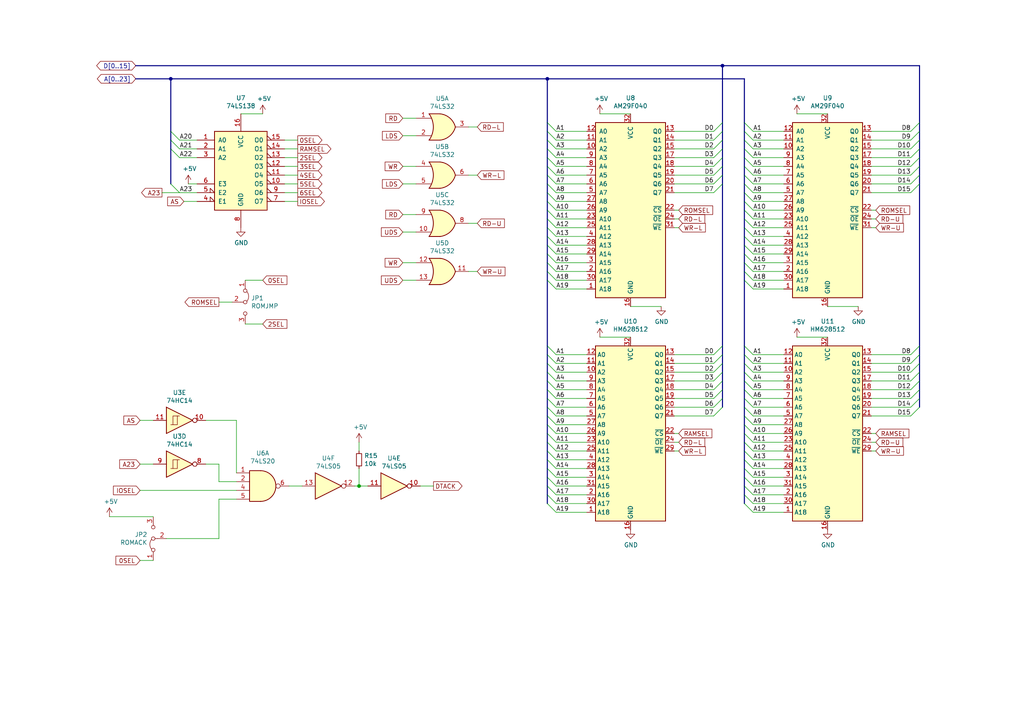
<source format=kicad_sch>
(kicad_sch (version 20211123) (generator eeschema)
  (paper "A4")
  (title_block (title "68k-SBC") (rev "2"))
  (lib_symbols
    (symbol "74xx:74HC14" (pin_names (offset 1.016))
      (property "Reference" "U" (at 0 1.27 0))
      (property "Value" "74HC14" (at 0 -1.27 0))
      (symbol "74HC14_1_0"
        (pin input line (at -7.62 0 0) (length 3.81) (name "~") (number "1"))
        (pin output inverted (at 7.62 0 180) (length 3.81) (name "~") (number "2"))
      )
      (symbol "74HC14_2_0"
        (pin input line (at -7.62 0 0) (length 3.81) (name "~") (number "3"))
        (pin output inverted (at 7.62 0 180) (length 3.81) (name "~") (number "4"))
      )
      (symbol "74HC14_3_0"
        (pin input line (at -7.62 0 0) (length 3.81) (name "~") (number "5"))
        (pin output inverted (at 7.62 0 180) (length 3.81) (name "~") (number "6"))
      )
      (symbol "74HC14_4_0"
        (pin output inverted (at 7.62 0 180) (length 3.81) (name "~") (number "8"))
        (pin input line (at -7.62 0 0) (length 3.81) (name "~") (number "9"))
      )
      (symbol "74HC14_5_0"
        (pin output inverted (at 7.62 0 180) (length 3.81) (name "~") (number "10"))
        (pin input line (at -7.62 0 0) (length 3.81) (name "~") (number "11"))
      )
      (symbol "74HC14_6_0"
        (pin output inverted (at 7.62 0 180) (length 3.81) (name "~") (number "12"))
        (pin input line (at -7.62 0 0) (length 3.81) (name "~") (number "13"))
      )
      (symbol "74HC14_7_0"
        (pin power_in line (at 0 12.7 270) (length 5.08) (name "VCC") (number "14"))
        (pin power_in line (at 0 -12.7 90) (length 5.08) (name "GND") (number "7"))
      )
    )
    (symbol "74xx:74LS05" (pin_names (offset 1.016))
      (property "Reference" "U" (at 0 1.27 0))
      (property "Value" "74LS05" (at 0 -1.27 0))
      (symbol "74LS05_1_0"
        (pin input line (at -7.62 0 0) (length 3.81) (name "~") (number "1"))
        (pin open_collector inverted (at 7.62 0 180) (length 3.81) (name "~") (number "2"))
      )
      (symbol "74LS05_2_0"
        (pin input line (at -7.62 0 0) (length 3.81) (name "~") (number "3"))
        (pin open_collector inverted (at 7.62 0 180) (length 3.81) (name "~") (number "4"))
      )
      (symbol "74LS05_3_0"
        (pin input line (at -7.62 0 0) (length 3.81) (name "~") (number "5"))
        (pin open_collector inverted (at 7.62 0 180) (length 3.81) (name "~") (number "6"))
      )
      (symbol "74LS05_4_0"
        (pin open_collector inverted (at 7.62 0 180) (length 3.81) (name "~") (number "8"))
        (pin input line (at -7.62 0 0) (length 3.81) (name "~") (number "9"))
      )
      (symbol "74LS05_5_0"
        (pin open_collector inverted (at 7.62 0 180) (length 3.81) (name "~") (number "10"))
        (pin input line (at -7.62 0 0) (length 3.81) (name "~") (number "11"))
      )
      (symbol "74LS05_6_0"
        (pin open_collector inverted (at 7.62 0 180) (length 3.81) (name "~") (number "12"))
        (pin input line (at -7.62 0 0) (length 3.81) (name "~") (number "13"))
      )
      (symbol "74LS05_7_0"
        (pin power_in line (at 0 12.7 270) (length 5.08) (name "VCC") (number "14"))
        (pin power_in line (at 0 -12.7 90) (length 5.08) (name "GND") (number "7"))
      )
    )
    (symbol "74xx:74LS138" (pin_names (offset 1.016))
      (property "Reference" "U" (at -7.62 11.43 0))
      (property "Value" "74LS138" (at -7.62 -13.97 0))
      (symbol "74LS138_1_0"
        (pin input line (at -12.7 7.62 0) (length 5.08) (name "A0") (number "1"))
        (pin output output_low (at 12.7 -5.08 180) (length 5.08) (name "O5") (number "10"))
        (pin output output_low (at 12.7 -2.54 180) (length 5.08) (name "O4") (number "11"))
        (pin output output_low (at 12.7 0 180) (length 5.08) (name "O3") (number "12"))
        (pin output output_low (at 12.7 2.54 180) (length 5.08) (name "O2") (number "13"))
        (pin output output_low (at 12.7 5.08 180) (length 5.08) (name "O1") (number "14"))
        (pin output output_low (at 12.7 7.62 180) (length 5.08) (name "O0") (number "15"))
        (pin power_in line (at 0 15.24 270) (length 5.08) (name "VCC") (number "16"))
        (pin input line (at -12.7 5.08 0) (length 5.08) (name "A1") (number "2"))
        (pin input line (at -12.7 2.54 0) (length 5.08) (name "A2") (number "3"))
        (pin input input_low (at -12.7 -10.16 0) (length 5.08) (name "E1") (number "4"))
        (pin input input_low (at -12.7 -7.62 0) (length 5.08) (name "E2") (number "5"))
        (pin input line (at -12.7 -5.08 0) (length 5.08) (name "E3") (number "6"))
        (pin output output_low (at 12.7 -10.16 180) (length 5.08) (name "O7") (number "7"))
        (pin power_in line (at 0 -17.78 90) (length 5.08) (name "GND") (number "8"))
        (pin output output_low (at 12.7 -7.62 180) (length 5.08) (name "O6") (number "9"))
      )
    )
    (symbol "74xx:74LS20" (pin_names (offset 1.016))
      (property "Reference" "U" (at 0 1.27 0))
      (property "Value" "74LS20" (at 0 -1.27 0))
      (symbol "74LS20_1_1"
        (pin input line (at -7.62 3.81 0) (length 3.81) (name "~") (number "1"))
        (pin input line (at -7.62 1.27 0) (length 3.81) (name "~") (number "2"))
        (pin input line (at -7.62 -1.27 0) (length 3.81) (name "~") (number "4"))
        (pin input line (at -7.62 -3.81 0) (length 3.81) (name "~") (number "5"))
        (pin output inverted (at 7.62 0 180) (length 3.81) (name "~") (number "6"))
      )
      (symbol "74LS20_1_2"
        (pin input inverted (at -7.62 3.81 0) (length 3.81) (name "~") (number "1"))
        (pin input inverted (at -7.62 1.27 0) (length 4.826) (name "~") (number "2"))
        (pin input inverted (at -7.62 -1.27 0) (length 4.826) (name "~") (number "4"))
        (pin input inverted (at -7.62 -3.81 0) (length 3.81) (name "~") (number "5"))
        (pin output line (at 7.62 0 180) (length 3.81) (name "~") (number "6"))
      )
      (symbol "74LS20_2_1"
        (pin input line (at -7.62 1.27 0) (length 3.81) (name "~") (number "10"))
        (pin input line (at -7.62 -1.27 0) (length 3.81) (name "~") (number "12"))
        (pin input line (at -7.62 -3.81 0) (length 3.81) (name "~") (number "13"))
        (pin output inverted (at 7.62 0 180) (length 3.81) (name "~") (number "8"))
        (pin input line (at -7.62 3.81 0) (length 3.81) (name "~") (number "9"))
      )
      (symbol "74LS20_2_2"
        (pin input inverted (at -7.62 1.27 0) (length 4.826) (name "~") (number "10"))
        (pin input inverted (at -7.62 -1.27 0) (length 4.826) (name "~") (number "12"))
        (pin input inverted (at -7.62 -3.81 0) (length 3.81) (name "~") (number "13"))
        (pin output line (at 7.62 0 180) (length 3.81) (name "~") (number "8"))
        (pin input inverted (at -7.62 3.81 0) (length 3.81) (name "~") (number "9"))
      )
      (symbol "74LS20_3_0"
        (pin power_in line (at 0 12.7 270) (length 5.08) (name "VCC") (number "14"))
        (pin power_in line (at 0 -12.7 90) (length 5.08) (name "GND") (number "7"))
      )
    )
    (symbol "74xx:74LS32" (pin_names (offset 1.016))
      (property "Reference" "U" (at 0 1.27 0))
      (property "Value" "74LS32" (at 0 -1.27 0))
      (symbol "74LS32_1_1"
        (pin input line (at -7.62 2.54 0) (length 4.318) (name "~") (number "1"))
        (pin input line (at -7.62 -2.54 0) (length 4.318) (name "~") (number "2"))
        (pin output line (at 7.62 0 180) (length 3.81) (name "~") (number "3"))
      )
      (symbol "74LS32_1_2"
        (pin input inverted (at -7.62 2.54 0) (length 3.81) (name "~") (number "1"))
        (pin input inverted (at -7.62 -2.54 0) (length 3.81) (name "~") (number "2"))
        (pin output inverted (at 7.62 0 180) (length 3.81) (name "~") (number "3"))
      )
      (symbol "74LS32_2_1"
        (pin input line (at -7.62 2.54 0) (length 4.318) (name "~") (number "4"))
        (pin input line (at -7.62 -2.54 0) (length 4.318) (name "~") (number "5"))
        (pin output line (at 7.62 0 180) (length 3.81) (name "~") (number "6"))
      )
      (symbol "74LS32_2_2"
        (pin input inverted (at -7.62 2.54 0) (length 3.81) (name "~") (number "4"))
        (pin input inverted (at -7.62 -2.54 0) (length 3.81) (name "~") (number "5"))
        (pin output inverted (at 7.62 0 180) (length 3.81) (name "~") (number "6"))
      )
      (symbol "74LS32_3_1"
        (pin input line (at -7.62 -2.54 0) (length 4.318) (name "~") (number "10"))
        (pin output line (at 7.62 0 180) (length 3.81) (name "~") (number "8"))
        (pin input line (at -7.62 2.54 0) (length 4.318) (name "~") (number "9"))
      )
      (symbol "74LS32_3_2"
        (pin input inverted (at -7.62 -2.54 0) (length 3.81) (name "~") (number "10"))
        (pin output inverted (at 7.62 0 180) (length 3.81) (name "~") (number "8"))
        (pin input inverted (at -7.62 2.54 0) (length 3.81) (name "~") (number "9"))
      )
      (symbol "74LS32_4_1"
        (pin output line (at 7.62 0 180) (length 3.81) (name "~") (number "11"))
        (pin input line (at -7.62 2.54 0) (length 4.318) (name "~") (number "12"))
        (pin input line (at -7.62 -2.54 0) (length 4.318) (name "~") (number "13"))
      )
      (symbol "74LS32_4_2"
        (pin output inverted (at 7.62 0 180) (length 3.81) (name "~") (number "11"))
        (pin input inverted (at -7.62 2.54 0) (length 3.81) (name "~") (number "12"))
        (pin input inverted (at -7.62 -2.54 0) (length 3.81) (name "~") (number "13"))
      )
      (symbol "74LS32_5_0"
        (pin power_in line (at 0 12.7 270) (length 5.08) (name "VCC") (number "14"))
        (pin power_in line (at 0 -12.7 90) (length 5.08) (name "GND") (number "7"))
      )
    )
    (symbol "Computie_Memory:AM29F040" (pin_names (offset 1.016))
      (property "Reference" "U" (at 0 0 0))
      (property "Value" "AM29F040" (at 0 2.54 0))
      (symbol "AM29F040_1_1"
        (pin input line (at -12.7 -25.4 0) (length 2.54) (name "A18") (number "1"))
        (pin input line (at -12.7 15.24 0) (length 2.54) (name "A2") (number "10"))
        (pin input line (at -12.7 17.78 0) (length 2.54) (name "A1") (number "11"))
        (pin input line (at -12.7 20.32 0) (length 2.54) (name "A0") (number "12"))
        (pin tri_state line (at 12.7 20.32 180) (length 2.54) (name "Q0") (number "13"))
        (pin tri_state line (at 12.7 17.78 180) (length 2.54) (name "Q1") (number "14"))
        (pin tri_state line (at 12.7 15.24 180) (length 2.54) (name "Q2") (number "15"))
        (pin power_in line (at 0 -30.48 90) (length 2.54) (name "GND") (number "16"))
        (pin tri_state line (at 12.7 12.7 180) (length 2.54) (name "Q3") (number "17"))
        (pin tri_state line (at 12.7 10.16 180) (length 2.54) (name "Q4") (number "18"))
        (pin tri_state line (at 12.7 7.62 180) (length 2.54) (name "Q5") (number "19"))
        (pin input line (at -12.7 -20.32 0) (length 2.54) (name "A16") (number "2"))
        (pin tri_state line (at 12.7 5.08 180) (length 2.54) (name "Q6") (number "20"))
        (pin tri_state line (at 12.7 2.54 180) (length 2.54) (name "Q7") (number "21"))
        (pin input line (at 12.7 -2.54 180) (length 2.54) (name "~{CS}") (number "22"))
        (pin input line (at -12.7 -5.08 0) (length 2.54) (name "A10") (number "23"))
        (pin input line (at 12.7 -5.08 180) (length 2.54) (name "~{OE}") (number "24"))
        (pin input line (at -12.7 -7.62 0) (length 2.54) (name "A11") (number "25"))
        (pin input line (at -12.7 -2.54 0) (length 2.54) (name "A9") (number "26"))
        (pin input line (at -12.7 0 0) (length 2.54) (name "A8") (number "27"))
        (pin input line (at -12.7 -12.7 0) (length 2.54) (name "A13") (number "28"))
        (pin input line (at -12.7 -15.24 0) (length 2.54) (name "A14") (number "29"))
        (pin input line (at -12.7 -17.78 0) (length 2.54) (name "A15") (number "3"))
        (pin input line (at -12.7 -22.86 0) (length 2.54) (name "A17") (number "30"))
        (pin input line (at 12.7 -7.62 180) (length 2.54) (name "~{WE}") (number "31"))
        (pin power_in line (at 0 25.4 270) (length 2.54) (name "VCC") (number "32"))
        (pin input line (at -12.7 -10.16 0) (length 2.54) (name "A12") (number "4"))
        (pin input line (at -12.7 2.54 0) (length 2.54) (name "A7") (number "5"))
        (pin input line (at -12.7 5.08 0) (length 2.54) (name "A6") (number "6"))
        (pin input line (at -12.7 7.62 0) (length 2.54) (name "A5") (number "7"))
        (pin input line (at -12.7 10.16 0) (length 2.54) (name "A4") (number "8"))
        (pin input line (at -12.7 12.7 0) (length 2.54) (name "A3") (number "9"))
      )
    )
    (symbol "Computie_Memory:HM628512"
      (property "Reference" "U" (at 0 -1.27 0))
      (property "Value" "HM628512" (at 0 1.27 0))
      (symbol "HM628512_0_0"
        (pin power_in line (at 0 -30.48 90) (length 2.54) (name "GND") (number "16"))
        (pin power_in line (at 0 25.4 270) (length 2.54) (name "VCC") (number "32"))
      )
      (symbol "HM628512_1_1"
        (pin input line (at -12.7 -25.4 0) (length 2.54) (name "A18") (number "1"))
        (pin input line (at -12.7 15.24 0) (length 2.54) (name "A2") (number "10"))
        (pin input line (at -12.7 17.78 0) (length 2.54) (name "A1") (number "11"))
        (pin input line (at -12.7 20.32 0) (length 2.54) (name "A0") (number "12"))
        (pin tri_state line (at 12.7 20.32 180) (length 2.54) (name "Q0") (number "13"))
        (pin tri_state line (at 12.7 17.78 180) (length 2.54) (name "Q1") (number "14"))
        (pin tri_state line (at 12.7 15.24 180) (length 2.54) (name "Q2") (number "15"))
        (pin tri_state line (at 12.7 12.7 180) (length 2.54) (name "Q3") (number "17"))
        (pin tri_state line (at 12.7 10.16 180) (length 2.54) (name "Q4") (number "18"))
        (pin tri_state line (at 12.7 7.62 180) (length 2.54) (name "Q5") (number "19"))
        (pin input line (at -12.7 -20.32 0) (length 2.54) (name "A16") (number "2"))
        (pin tri_state line (at 12.7 5.08 180) (length 2.54) (name "Q6") (number "20"))
        (pin tri_state line (at 12.7 2.54 180) (length 2.54) (name "Q7") (number "21"))
        (pin input line (at 12.7 -2.54 180) (length 2.54) (name "~{CS}") (number "22"))
        (pin input line (at -12.7 -5.08 0) (length 2.54) (name "A10") (number "23"))
        (pin input line (at 12.7 -5.08 180) (length 2.54) (name "~{OE}") (number "24"))
        (pin input line (at -12.7 -7.62 0) (length 2.54) (name "A11") (number "25"))
        (pin input line (at -12.7 -2.54 0) (length 2.54) (name "A9") (number "26"))
        (pin input line (at -12.7 0 0) (length 2.54) (name "A8") (number "27"))
        (pin input line (at -12.7 -12.7 0) (length 2.54) (name "A13") (number "28"))
        (pin input line (at 12.7 -7.62 180) (length 2.54) (name "~{WE}") (number "29"))
        (pin input line (at -12.7 -15.24 0) (length 2.54) (name "A14") (number "3"))
        (pin input line (at -12.7 -22.86 0) (length 2.54) (name "A17") (number "30"))
        (pin input line (at -12.7 -17.78 0) (length 2.54) (name "A15") (number "31"))
        (pin input line (at -12.7 -10.16 0) (length 2.54) (name "A12") (number "4"))
        (pin input line (at -12.7 2.54 0) (length 2.54) (name "A7") (number "5"))
        (pin input line (at -12.7 5.08 0) (length 2.54) (name "A6") (number "6"))
        (pin input line (at -12.7 7.62 0) (length 2.54) (name "A5") (number "7"))
        (pin input line (at -12.7 10.16 0) (length 2.54) (name "A4") (number "8"))
        (pin input line (at -12.7 12.7 0) (length 2.54) (name "A3") (number "9"))
      )
    )
    (symbol "Device:R_Small" (pin_numbers hide) (pin_names (offset 0.254) hide)
      (property "Reference" "R" (at 0.762 0.508 0))
      (property "Value" "R_Small" (at 0.762 -1.016 0))
      (symbol "R_Small_1_1"
        (pin passive line (at 0 2.54 270) (length 0.762) (name "~") (number "1"))
        (pin passive line (at 0 -2.54 90) (length 0.762) (name "~") (number "2"))
      )
    )
    (symbol "Jumper:Jumper_3_Bridged12" (pin_names (offset 0) hide)
      (property "Reference" "JP" (at -2.54 -2.54 0))
      (property "Value" "Jumper_3_Bridged12" (at 0 2.794 0))
      (symbol "Jumper_3_Bridged12_1_1"
        (pin passive line (at -6.35 0 0) (length 2.54) (name "A") (number "1"))
        (pin passive line (at 0 -3.81 90) (length 2.54) (name "C") (number "2"))
        (pin passive line (at 6.35 0 180) (length 2.54) (name "B") (number "3"))
      )
    )
    (symbol "power:+5V" (power) (pin_names (offset 0))
      (property "Value" "+5V" (at 0 3.556 0))
      (symbol "+5V_1_1"
        (pin power_in line (at 0 0 90) (length 0) hide (name "+5V") (number "1"))
      )
    )
    (symbol "power:GND" (power) (pin_names (offset 0))
      (property "Value" "GND" (at 0 -3.81 0))
      (symbol "GND_1_1"
        (pin power_in line (at 0 0 270) (length 0) hide (name "GND") (number "1"))
      )
    )
  )
  (junction (at 209.55 19.05))
  (junction (at 49.53 22.86))
  (junction (at 158.75 22.86))
  (junction (at 104.14 140.97))
  (bus_entry (at 215.9 43.18) (size 2.54 2.54))
  (bus_entry (at 215.9 50.8) (size 2.54 2.54))
  (bus_entry (at 207.01 45.72) (size 2.54 -2.54))
  (bus_entry (at 207.01 118.11) (size 2.54 -2.54))
  (bus_entry (at 264.16 53.34) (size 2.54 -2.54))
  (bus_entry (at 158.75 38.1) (size 2.54 2.54))
  (bus_entry (at 158.75 115.57) (size 2.54 2.54))
  (bus_entry (at 215.9 55.88) (size 2.54 2.54))
  (bus_entry (at 207.01 53.34) (size 2.54 -2.54))
  (bus_entry (at 264.16 45.72) (size 2.54 -2.54))
  (bus_entry (at 215.9 53.34) (size 2.54 2.54))
  (bus_entry (at 158.75 107.95) (size 2.54 2.54))
  (bus_entry (at 207.01 113.03) (size 2.54 -2.54))
  (bus_entry (at 158.75 55.88) (size 2.54 2.54))
  (bus_entry (at 215.9 78.74) (size 2.54 2.54))
  (bus_entry (at 215.9 40.64) (size 2.54 2.54))
  (bus_entry (at 158.75 43.18) (size 2.54 2.54))
  (bus_entry (at 158.75 78.74) (size 2.54 2.54))
  (bus_entry (at 264.16 48.26) (size 2.54 -2.54))
  (bus_entry (at 215.9 143.51) (size 2.54 2.54))
  (bus_entry (at 207.01 105.41) (size 2.54 -2.54))
  (bus_entry (at 158.75 60.96) (size 2.54 2.54))
  (bus_entry (at 264.16 113.03) (size 2.54 -2.54))
  (bus_entry (at 264.16 40.64) (size 2.54 -2.54))
  (bus_entry (at 215.9 76.2) (size 2.54 2.54))
  (bus_entry (at 215.9 107.95) (size 2.54 2.54))
  (bus_entry (at 158.75 58.42) (size 2.54 2.54))
  (bus_entry (at 264.16 107.95) (size 2.54 -2.54))
  (bus_entry (at 215.9 113.03) (size 2.54 2.54))
  (bus_entry (at 207.01 115.57) (size 2.54 -2.54))
  (bus_entry (at 207.01 107.95) (size 2.54 -2.54))
  (bus_entry (at 215.9 140.97) (size 2.54 2.54))
  (bus_entry (at 158.75 120.65) (size 2.54 2.54))
  (bus_entry (at 264.16 120.65) (size 2.54 -2.54))
  (bus_entry (at 215.9 120.65) (size 2.54 2.54))
  (bus_entry (at 158.75 113.03) (size 2.54 2.54))
  (bus_entry (at 215.9 115.57) (size 2.54 2.54))
  (bus_entry (at 158.75 133.35) (size 2.54 2.54))
  (bus_entry (at 158.75 50.8) (size 2.54 2.54))
  (bus_entry (at 215.9 130.81) (size 2.54 2.54))
  (bus_entry (at 215.9 63.5) (size 2.54 2.54))
  (bus_entry (at 158.75 123.19) (size 2.54 2.54))
  (bus_entry (at 158.75 71.12) (size 2.54 2.54))
  (bus_entry (at 215.9 135.89) (size 2.54 2.54))
  (bus_entry (at 207.01 48.26) (size 2.54 -2.54))
  (bus_entry (at 158.75 102.87) (size 2.54 2.54))
  (bus_entry (at 158.75 138.43) (size 2.54 2.54))
  (bus_entry (at 158.75 140.97) (size 2.54 2.54))
  (bus_entry (at 264.16 43.18) (size 2.54 -2.54))
  (bus_entry (at 215.9 81.28) (size 2.54 2.54))
  (bus_entry (at 207.01 110.49) (size 2.54 -2.54))
  (bus_entry (at 215.9 38.1) (size 2.54 2.54))
  (bus_entry (at 215.9 73.66) (size 2.54 2.54))
  (bus_entry (at 264.16 105.41) (size 2.54 -2.54))
  (bus_entry (at 207.01 43.18) (size 2.54 -2.54))
  (bus_entry (at 264.16 102.87) (size 2.54 -2.54))
  (bus_entry (at 207.01 102.87) (size 2.54 -2.54))
  (bus_entry (at 215.9 48.26) (size 2.54 2.54))
  (bus_entry (at 158.75 125.73) (size 2.54 2.54))
  (bus_entry (at 158.75 105.41) (size 2.54 2.54))
  (bus_entry (at 215.9 118.11) (size 2.54 2.54))
  (bus_entry (at 158.75 40.64) (size 2.54 2.54))
  (bus_entry (at 158.75 110.49) (size 2.54 2.54))
  (bus_entry (at 264.16 110.49) (size 2.54 -2.54))
  (bus_entry (at 215.9 68.58) (size 2.54 2.54))
  (bus_entry (at 158.75 81.28) (size 2.54 2.54))
  (bus_entry (at 215.9 128.27) (size 2.54 2.54))
  (bus_entry (at 264.16 118.11) (size 2.54 -2.54))
  (bus_entry (at 207.01 38.1) (size 2.54 -2.54))
  (bus_entry (at 264.16 38.1) (size 2.54 -2.54))
  (bus_entry (at 215.9 133.35) (size 2.54 2.54))
  (bus_entry (at 158.75 128.27) (size 2.54 2.54))
  (bus_entry (at 215.9 110.49) (size 2.54 2.54))
  (bus_entry (at 215.9 58.42) (size 2.54 2.54))
  (bus_entry (at 215.9 138.43) (size 2.54 2.54))
  (bus_entry (at 207.01 120.65) (size 2.54 -2.54))
  (bus_entry (at 207.01 50.8) (size 2.54 -2.54))
  (bus_entry (at 158.75 68.58) (size 2.54 2.54))
  (bus_entry (at 215.9 100.33) (size 2.54 2.54))
  (bus_entry (at 158.75 48.26) (size 2.54 2.54))
  (bus_entry (at 49.53 43.18) (size 2.54 2.54))
  (bus_entry (at 158.75 100.33) (size 2.54 2.54))
  (bus_entry (at 215.9 105.41) (size 2.54 2.54))
  (bus_entry (at 215.9 123.19) (size 2.54 2.54))
  (bus_entry (at 158.75 35.56) (size 2.54 2.54))
  (bus_entry (at 158.75 76.2) (size 2.54 2.54))
  (bus_entry (at 264.16 50.8) (size 2.54 -2.54))
  (bus_entry (at 264.16 55.88) (size 2.54 -2.54))
  (bus_entry (at 158.75 130.81) (size 2.54 2.54))
  (bus_entry (at 207.01 40.64) (size 2.54 -2.54))
  (bus_entry (at 215.9 102.87) (size 2.54 2.54))
  (bus_entry (at 215.9 71.12) (size 2.54 2.54))
  (bus_entry (at 158.75 63.5) (size 2.54 2.54))
  (bus_entry (at 158.75 118.11) (size 2.54 2.54))
  (bus_entry (at 215.9 125.73) (size 2.54 2.54))
  (bus_entry (at 49.53 38.1) (size 2.54 2.54))
  (bus_entry (at 215.9 66.04) (size 2.54 2.54))
  (bus_entry (at 158.75 146.05) (size 2.54 2.54))
  (bus_entry (at 158.75 53.34) (size 2.54 2.54))
  (bus_entry (at 215.9 146.05) (size 2.54 2.54))
  (bus_entry (at 264.16 115.57) (size 2.54 -2.54))
  (bus_entry (at 158.75 66.04) (size 2.54 2.54))
  (bus_entry (at 215.9 60.96) (size 2.54 2.54))
  (bus_entry (at 215.9 35.56) (size 2.54 2.54))
  (bus_entry (at 49.53 53.34) (size 2.54 2.54))
  (bus_entry (at 158.75 45.72) (size 2.54 2.54))
  (bus_entry (at 158.75 135.89) (size 2.54 2.54))
  (bus_entry (at 215.9 45.72) (size 2.54 2.54))
  (bus_entry (at 49.53 40.64) (size 2.54 2.54))
  (bus_entry (at 207.01 55.88) (size 2.54 -2.54))
  (bus_entry (at 158.75 143.51) (size 2.54 2.54))
  (bus_entry (at 158.75 73.66) (size 2.54 2.54))
  (wire (pts (xy 170.18 102.87) (xy 161.29 102.87)))
  (bus (pts (xy 158.75 68.58) (xy 158.75 71.12)))
  (wire (pts (xy 46.99 55.88) (xy 52.07 55.88)))
  (wire (pts (xy 195.58 55.88) (xy 207.01 55.88)))
  (bus (pts (xy 158.75 143.51) (xy 158.75 146.05)))
  (bus (pts (xy 158.75 110.49) (xy 158.75 113.03)))
  (bus (pts (xy 158.75 138.43) (xy 158.75 140.97)))
  (wire (pts (xy 69.85 33.02) (xy 76.2 33.02)))
  (wire (pts (xy 121.92 140.97) (xy 125.73 140.97)))
  (wire (pts (xy 116.84 76.2) (xy 120.65 76.2)))
  (wire (pts (xy 170.18 55.88) (xy 161.29 55.88)))
  (wire (pts (xy 40.64 162.56) (xy 44.45 162.56)))
  (wire (pts (xy 252.73 113.03) (xy 264.16 113.03)))
  (wire (pts (xy 252.73 50.8) (xy 264.16 50.8)))
  (wire (pts (xy 52.07 45.72) (xy 57.15 45.72)))
  (wire (pts (xy 40.64 142.24) (xy 68.58 142.24)))
  (bus (pts (xy 158.75 123.19) (xy 158.75 125.73)))
  (wire (pts (xy 218.44 53.34) (xy 227.33 53.34)))
  (bus (pts (xy 158.75 58.42) (xy 158.75 60.96)))
  (bus (pts (xy 215.9 123.19) (xy 215.9 125.73)))
  (wire (pts (xy 170.18 123.19) (xy 161.29 123.19)))
  (wire (pts (xy 170.18 73.66) (xy 161.29 73.66)))
  (wire (pts (xy 161.29 138.43) (xy 170.18 138.43)))
  (wire (pts (xy 195.58 118.11) (xy 207.01 118.11)))
  (wire (pts (xy 120.65 81.28) (xy 116.84 81.28)))
  (wire (pts (xy 161.29 135.89) (xy 170.18 135.89)))
  (wire (pts (xy 195.58 43.18) (xy 207.01 43.18)))
  (wire (pts (xy 135.89 36.83) (xy 138.43 36.83)))
  (wire (pts (xy 195.58 38.1) (xy 207.01 38.1)))
  (wire (pts (xy 218.44 135.89) (xy 227.33 135.89)))
  (wire (pts (xy 195.58 60.96) (xy 196.85 60.96)))
  (wire (pts (xy 195.58 110.49) (xy 207.01 110.49)))
  (bus (pts (xy 209.55 110.49) (xy 209.55 113.03)))
  (bus (pts (xy 158.75 135.89) (xy 158.75 138.43)))
  (wire (pts (xy 252.73 102.87) (xy 264.16 102.87)))
  (bus (pts (xy 215.9 66.04) (xy 215.9 68.58)))
  (wire (pts (xy 170.18 143.51) (xy 161.29 143.51)))
  (wire (pts (xy 252.73 115.57) (xy 264.16 115.57)))
  (bus (pts (xy 209.55 113.03) (xy 209.55 115.57)))
  (bus (pts (xy 215.9 73.66) (xy 215.9 76.2)))
  (bus (pts (xy 158.75 76.2) (xy 158.75 78.74)))
  (wire (pts (xy 170.18 40.64) (xy 161.29 40.64)))
  (bus (pts (xy 215.9 38.1) (xy 215.9 40.64)))
  (wire (pts (xy 135.89 50.8) (xy 138.43 50.8)))
  (bus (pts (xy 158.75 100.33) (xy 158.75 102.87)))
  (bus (pts (xy 209.55 40.64) (xy 209.55 43.18)))
  (wire (pts (xy 59.69 134.62) (xy 63.5 134.62)))
  (wire (pts (xy 218.44 148.59) (xy 227.33 148.59)))
  (wire (pts (xy 196.85 66.04) (xy 195.58 66.04)))
  (bus (pts (xy 215.9 81.28) (xy 215.9 100.33)))
  (bus (pts (xy 158.75 66.04) (xy 158.75 68.58)))
  (wire (pts (xy 170.18 60.96) (xy 161.29 60.96)))
  (wire (pts (xy 218.44 76.2) (xy 227.33 76.2)))
  (bus (pts (xy 209.55 50.8) (xy 209.55 53.34)))
  (bus (pts (xy 266.7 48.26) (xy 266.7 50.8)))
  (bus (pts (xy 158.75 53.34) (xy 158.75 55.88)))
  (bus (pts (xy 215.9 43.18) (xy 215.9 45.72)))
  (bus (pts (xy 209.55 115.57) (xy 209.55 118.11)))
  (wire (pts (xy 195.58 125.73) (xy 196.85 125.73)))
  (wire (pts (xy 170.18 128.27) (xy 161.29 128.27)))
  (bus (pts (xy 215.9 143.51) (xy 215.9 146.05)))
  (wire (pts (xy 196.85 130.81) (xy 195.58 130.81)))
  (wire (pts (xy 227.33 123.19) (xy 218.44 123.19)))
  (bus (pts (xy 215.9 22.86) (xy 158.75 22.86)))
  (wire (pts (xy 170.18 113.03) (xy 161.29 113.03)))
  (wire (pts (xy 86.36 43.18) (xy 82.55 43.18)))
  (wire (pts (xy 82.55 40.64) (xy 86.36 40.64)))
  (wire (pts (xy 227.33 40.64) (xy 218.44 40.64)))
  (bus (pts (xy 158.75 105.41) (xy 158.75 107.95)))
  (bus (pts (xy 215.9 40.64) (xy 215.9 43.18)))
  (wire (pts (xy 68.58 137.16) (xy 68.58 121.92)))
  (wire (pts (xy 254 130.81) (xy 252.73 130.81)))
  (bus (pts (xy 266.7 35.56) (xy 266.7 38.1)))
  (wire (pts (xy 120.65 53.34) (xy 116.84 53.34)))
  (bus (pts (xy 158.75 71.12) (xy 158.75 73.66)))
  (wire (pts (xy 63.5 156.21) (xy 63.5 144.78)))
  (wire (pts (xy 86.36 53.34) (xy 82.55 53.34)))
  (wire (pts (xy 161.29 120.65) (xy 170.18 120.65)))
  (wire (pts (xy 252.73 38.1) (xy 264.16 38.1)))
  (bus (pts (xy 158.75 107.95) (xy 158.75 110.49)))
  (wire (pts (xy 161.29 105.41) (xy 170.18 105.41)))
  (wire (pts (xy 218.44 38.1) (xy 227.33 38.1)))
  (wire (pts (xy 104.14 130.81) (xy 104.14 128.27)))
  (wire (pts (xy 195.58 113.03) (xy 207.01 113.03)))
  (wire (pts (xy 170.18 107.95) (xy 161.29 107.95)))
  (wire (pts (xy 252.73 120.65) (xy 264.16 120.65)))
  (wire (pts (xy 252.73 60.96) (xy 254 60.96)))
  (wire (pts (xy 40.64 121.92) (xy 44.45 121.92)))
  (wire (pts (xy 248.92 88.9) (xy 240.03 88.9)))
  (wire (pts (xy 182.88 97.79) (xy 173.99 97.79)))
  (bus (pts (xy 215.9 76.2) (xy 215.9 78.74)))
  (bus (pts (xy 215.9 118.11) (xy 215.9 120.65)))
  (wire (pts (xy 218.44 138.43) (xy 227.33 138.43)))
  (bus (pts (xy 266.7 102.87) (xy 266.7 105.41)))
  (bus (pts (xy 158.75 102.87) (xy 158.75 105.41)))
  (wire (pts (xy 227.33 102.87) (xy 218.44 102.87)))
  (wire (pts (xy 252.73 55.88) (xy 264.16 55.88)))
  (bus (pts (xy 209.55 38.1) (xy 209.55 40.64)))
  (bus (pts (xy 215.9 133.35) (xy 215.9 135.89)))
  (bus (pts (xy 215.9 68.58) (xy 215.9 71.12)))
  (wire (pts (xy 52.07 43.18) (xy 57.15 43.18)))
  (bus (pts (xy 209.55 107.95) (xy 209.55 110.49)))
  (wire (pts (xy 135.89 64.77) (xy 138.43 64.77)))
  (wire (pts (xy 252.73 43.18) (xy 264.16 43.18)))
  (wire (pts (xy 161.29 63.5) (xy 170.18 63.5)))
  (bus (pts (xy 158.75 35.56) (xy 158.75 38.1)))
  (bus (pts (xy 158.75 130.81) (xy 158.75 133.35)))
  (bus (pts (xy 49.53 22.86) (xy 49.53 38.1)))
  (wire (pts (xy 161.29 130.81) (xy 170.18 130.81)))
  (bus (pts (xy 215.9 22.86) (xy 215.9 35.56)))
  (bus (pts (xy 158.75 115.57) (xy 158.75 118.11)))
  (wire (pts (xy 182.88 88.9) (xy 191.77 88.9)))
  (bus (pts (xy 215.9 128.27) (xy 215.9 130.81)))
  (wire (pts (xy 82.55 55.88) (xy 86.36 55.88)))
  (wire (pts (xy 218.44 48.26) (xy 227.33 48.26)))
  (wire (pts (xy 218.44 146.05) (xy 227.33 146.05)))
  (wire (pts (xy 196.85 63.5) (xy 195.58 63.5)))
  (wire (pts (xy 161.29 146.05) (xy 170.18 146.05)))
  (wire (pts (xy 52.07 40.64) (xy 57.15 40.64)))
  (bus (pts (xy 215.9 107.95) (xy 215.9 110.49)))
  (wire (pts (xy 161.29 110.49) (xy 170.18 110.49)))
  (wire (pts (xy 231.14 97.79) (xy 240.03 97.79)))
  (wire (pts (xy 195.58 50.8) (xy 207.01 50.8)))
  (bus (pts (xy 215.9 115.57) (xy 215.9 118.11)))
  (wire (pts (xy 53.34 58.42) (xy 57.15 58.42)))
  (bus (pts (xy 215.9 102.87) (xy 215.9 105.41)))
  (bus (pts (xy 215.9 113.03) (xy 215.9 115.57)))
  (bus (pts (xy 158.75 43.18) (xy 158.75 45.72)))
  (wire (pts (xy 170.18 45.72) (xy 161.29 45.72)))
  (wire (pts (xy 83.82 140.97) (xy 87.63 140.97)))
  (wire (pts (xy 218.44 115.57) (xy 227.33 115.57)))
  (bus (pts (xy 158.75 133.35) (xy 158.75 135.89)))
  (wire (pts (xy 195.58 107.95) (xy 207.01 107.95)))
  (bus (pts (xy 215.9 63.5) (xy 215.9 66.04)))
  (bus (pts (xy 266.7 110.49) (xy 266.7 113.03)))
  (wire (pts (xy 218.44 105.41) (xy 227.33 105.41)))
  (bus (pts (xy 266.7 19.05) (xy 266.7 35.56)))
  (wire (pts (xy 252.73 125.73) (xy 254 125.73)))
  (wire (pts (xy 252.73 40.64) (xy 264.16 40.64)))
  (wire (pts (xy 76.2 81.28) (xy 71.12 81.28)))
  (bus (pts (xy 158.75 125.73) (xy 158.75 128.27)))
  (wire (pts (xy 218.44 58.42) (xy 227.33 58.42)))
  (wire (pts (xy 120.65 39.37) (xy 116.84 39.37)))
  (wire (pts (xy 195.58 102.87) (xy 207.01 102.87)))
  (wire (pts (xy 161.29 115.57) (xy 170.18 115.57)))
  (wire (pts (xy 170.18 118.11) (xy 161.29 118.11)))
  (bus (pts (xy 209.55 100.33) (xy 209.55 102.87)))
  (bus (pts (xy 215.9 105.41) (xy 215.9 107.95)))
  (bus (pts (xy 158.75 120.65) (xy 158.75 123.19)))
  (wire (pts (xy 161.29 140.97) (xy 170.18 140.97)))
  (bus (pts (xy 158.75 63.5) (xy 158.75 66.04)))
  (wire (pts (xy 52.07 55.88) (xy 57.15 55.88)))
  (wire (pts (xy 104.14 140.97) (xy 104.14 135.89)))
  (wire (pts (xy 218.44 120.65) (xy 227.33 120.65)))
  (bus (pts (xy 215.9 125.73) (xy 215.9 128.27)))
  (wire (pts (xy 254 63.5) (xy 252.73 63.5)))
  (bus (pts (xy 215.9 135.89) (xy 215.9 138.43)))
  (wire (pts (xy 227.33 55.88) (xy 218.44 55.88)))
  (wire (pts (xy 218.44 110.49) (xy 227.33 110.49)))
  (wire (pts (xy 31.75 149.86) (xy 44.45 149.86)))
  (wire (pts (xy 161.29 81.28) (xy 170.18 81.28)))
  (wire (pts (xy 116.84 34.29) (xy 120.65 34.29)))
  (bus (pts (xy 158.75 128.27) (xy 158.75 130.81)))
  (wire (pts (xy 252.73 45.72) (xy 264.16 45.72)))
  (bus (pts (xy 266.7 45.72) (xy 266.7 48.26)))
  (bus (pts (xy 215.9 140.97) (xy 215.9 143.51)))
  (wire (pts (xy 86.36 58.42) (xy 82.55 58.42)))
  (wire (pts (xy 218.44 43.18) (xy 227.33 43.18)))
  (wire (pts (xy 40.64 134.62) (xy 44.45 134.62)))
  (bus (pts (xy 215.9 110.49) (xy 215.9 113.03)))
  (wire (pts (xy 227.33 143.51) (xy 218.44 143.51)))
  (bus (pts (xy 266.7 40.64) (xy 266.7 43.18)))
  (bus (pts (xy 209.55 53.34) (xy 209.55 100.33)))
  (wire (pts (xy 254 128.27) (xy 252.73 128.27)))
  (bus (pts (xy 49.53 43.18) (xy 49.53 53.34)))
  (wire (pts (xy 227.33 60.96) (xy 218.44 60.96)))
  (bus (pts (xy 209.55 105.41) (xy 209.55 107.95)))
  (wire (pts (xy 195.58 40.64) (xy 207.01 40.64)))
  (wire (pts (xy 195.58 120.65) (xy 207.01 120.65)))
  (bus (pts (xy 49.53 22.86) (xy 158.75 22.86)))
  (bus (pts (xy 209.55 19.05) (xy 209.55 35.56)))
  (bus (pts (xy 266.7 107.95) (xy 266.7 110.49)))
  (wire (pts (xy 173.99 33.02) (xy 182.88 33.02)))
  (bus (pts (xy 266.7 19.05) (xy 209.55 19.05)))
  (wire (pts (xy 76.2 93.98) (xy 71.12 93.98)))
  (wire (pts (xy 252.73 107.95) (xy 264.16 107.95)))
  (wire (pts (xy 218.44 125.73) (xy 227.33 125.73)))
  (wire (pts (xy 218.44 140.97) (xy 227.33 140.97)))
  (bus (pts (xy 158.75 55.88) (xy 158.75 58.42)))
  (wire (pts (xy 254 66.04) (xy 252.73 66.04)))
  (wire (pts (xy 227.33 78.74) (xy 218.44 78.74)))
  (wire (pts (xy 252.73 48.26) (xy 264.16 48.26)))
  (wire (pts (xy 231.14 33.02) (xy 240.03 33.02)))
  (wire (pts (xy 227.33 50.8) (xy 218.44 50.8)))
  (bus (pts (xy 215.9 130.81) (xy 215.9 133.35)))
  (bus (pts (xy 266.7 105.41) (xy 266.7 107.95)))
  (bus (pts (xy 209.55 102.87) (xy 209.55 105.41)))
  (bus (pts (xy 158.75 113.03) (xy 158.75 115.57)))
  (bus (pts (xy 49.53 40.64) (xy 49.53 43.18)))
  (wire (pts (xy 63.5 144.78) (xy 68.58 144.78)))
  (wire (pts (xy 86.36 48.26) (xy 82.55 48.26)))
  (bus (pts (xy 158.75 40.64) (xy 158.75 43.18)))
  (bus (pts (xy 266.7 43.18) (xy 266.7 45.72)))
  (bus (pts (xy 266.7 113.03) (xy 266.7 115.57)))
  (wire (pts (xy 170.18 133.35) (xy 161.29 133.35)))
  (wire (pts (xy 227.33 66.04) (xy 218.44 66.04)))
  (wire (pts (xy 252.73 105.41) (xy 264.16 105.41)))
  (bus (pts (xy 215.9 45.72) (xy 215.9 48.26)))
  (wire (pts (xy 104.14 140.97) (xy 106.68 140.97)))
  (wire (pts (xy 195.58 45.72) (xy 207.01 45.72)))
  (bus (pts (xy 215.9 78.74) (xy 215.9 81.28)))
  (bus (pts (xy 215.9 71.12) (xy 215.9 73.66)))
  (wire (pts (xy 161.29 68.58) (xy 170.18 68.58)))
  (wire (pts (xy 63.5 87.63) (xy 67.31 87.63)))
  (wire (pts (xy 48.26 156.21) (xy 63.5 156.21)))
  (bus (pts (xy 266.7 53.34) (xy 266.7 100.33)))
  (wire (pts (xy 102.87 140.97) (xy 104.14 140.97)))
  (bus (pts (xy 158.75 140.97) (xy 158.75 143.51)))
  (wire (pts (xy 116.84 62.23) (xy 120.65 62.23)))
  (bus (pts (xy 158.75 38.1) (xy 158.75 40.64)))
  (wire (pts (xy 170.18 71.12) (xy 161.29 71.12)))
  (bus (pts (xy 49.53 22.86) (xy 39.37 22.86)))
  (wire (pts (xy 161.29 125.73) (xy 170.18 125.73)))
  (bus (pts (xy 215.9 53.34) (xy 215.9 55.88)))
  (bus (pts (xy 158.75 118.11) (xy 158.75 120.65)))
  (wire (pts (xy 252.73 53.34) (xy 264.16 53.34)))
  (wire (pts (xy 161.29 43.18) (xy 170.18 43.18)))
  (wire (pts (xy 227.33 45.72) (xy 218.44 45.72)))
  (wire (pts (xy 195.58 53.34) (xy 207.01 53.34)))
  (bus (pts (xy 215.9 58.42) (xy 215.9 60.96)))
  (wire (pts (xy 59.69 121.92) (xy 68.58 121.92)))
  (wire (pts (xy 227.33 128.27) (xy 218.44 128.27)))
  (wire (pts (xy 161.29 148.59) (xy 170.18 148.59)))
  (wire (pts (xy 227.33 107.95) (xy 218.44 107.95)))
  (wire (pts (xy 227.33 71.12) (xy 218.44 71.12)))
  (wire (pts (xy 252.73 118.11) (xy 264.16 118.11)))
  (bus (pts (xy 266.7 100.33) (xy 266.7 102.87)))
  (bus (pts (xy 49.53 38.1) (xy 49.53 40.64)))
  (bus (pts (xy 215.9 138.43) (xy 215.9 140.97)))
  (wire (pts (xy 252.73 110.49) (xy 264.16 110.49)))
  (wire (pts (xy 218.44 63.5) (xy 227.33 63.5)))
  (wire (pts (xy 120.65 67.31) (xy 116.84 67.31)))
  (wire (pts (xy 227.33 118.11) (xy 218.44 118.11)))
  (bus (pts (xy 215.9 120.65) (xy 215.9 123.19)))
  (bus (pts (xy 158.75 73.66) (xy 158.75 76.2)))
  (wire (pts (xy 196.85 128.27) (xy 195.58 128.27)))
  (wire (pts (xy 195.58 48.26) (xy 207.01 48.26)))
  (wire (pts (xy 170.18 50.8) (xy 161.29 50.8)))
  (bus (pts (xy 158.75 45.72) (xy 158.75 48.26)))
  (bus (pts (xy 158.75 60.96) (xy 158.75 63.5)))
  (bus (pts (xy 209.55 43.18) (xy 209.55 45.72)))
  (bus (pts (xy 158.75 48.26) (xy 158.75 50.8)))
  (wire (pts (xy 161.29 83.82) (xy 170.18 83.82)))
  (bus (pts (xy 215.9 100.33) (xy 215.9 102.87)))
  (bus (pts (xy 215.9 48.26) (xy 215.9 50.8)))
  (bus (pts (xy 158.75 78.74) (xy 158.75 81.28)))
  (wire (pts (xy 161.29 38.1) (xy 170.18 38.1)))
  (wire (pts (xy 161.29 53.34) (xy 170.18 53.34)))
  (bus (pts (xy 209.55 35.56) (xy 209.55 38.1)))
  (bus (pts (xy 158.75 22.86) (xy 158.75 35.56)))
  (bus (pts (xy 266.7 115.57) (xy 266.7 118.11)))
  (wire (pts (xy 170.18 66.04) (xy 161.29 66.04)))
  (wire (pts (xy 218.44 81.28) (xy 227.33 81.28)))
  (wire (pts (xy 195.58 105.41) (xy 207.01 105.41)))
  (wire (pts (xy 161.29 48.26) (xy 170.18 48.26)))
  (wire (pts (xy 170.18 78.74) (xy 161.29 78.74)))
  (bus (pts (xy 215.9 35.56) (xy 215.9 38.1)))
  (bus (pts (xy 39.37 19.05) (xy 209.55 19.05)))
  (wire (pts (xy 218.44 130.81) (xy 227.33 130.81)))
  (wire (pts (xy 227.33 133.35) (xy 218.44 133.35)))
  (bus (pts (xy 215.9 55.88) (xy 215.9 58.42)))
  (wire (pts (xy 195.58 115.57) (xy 207.01 115.57)))
  (bus (pts (xy 266.7 50.8) (xy 266.7 53.34)))
  (bus (pts (xy 215.9 60.96) (xy 215.9 63.5)))
  (wire (pts (xy 135.89 78.74) (xy 138.43 78.74)))
  (bus (pts (xy 215.9 50.8) (xy 215.9 53.34)))
  (wire (pts (xy 63.5 134.62) (xy 63.5 139.7)))
  (bus (pts (xy 266.7 38.1) (xy 266.7 40.64)))
  (bus (pts (xy 209.55 48.26) (xy 209.55 50.8)))
  (wire (pts (xy 161.29 76.2) (xy 170.18 76.2)))
  (wire (pts (xy 161.29 58.42) (xy 170.18 58.42)))
  (bus (pts (xy 209.55 45.72) (xy 209.55 48.26)))
  (bus (pts (xy 158.75 50.8) (xy 158.75 53.34)))
  (wire (pts (xy 82.55 50.8) (xy 86.36 50.8)))
  (wire (pts (xy 63.5 139.7) (xy 68.58 139.7)))
  (wire (pts (xy 116.84 48.26) (xy 120.65 48.26)))
  (wire (pts (xy 227.33 113.03) (xy 218.44 113.03)))
  (wire (pts (xy 218.44 68.58) (xy 227.33 68.58)))
  (wire (pts (xy 227.33 73.66) (xy 218.44 73.66)))
  (bus (pts (xy 158.75 81.28) (xy 158.75 100.33)))
  (wire (pts (xy 218.44 83.82) (xy 227.33 83.82)))
  (wire (pts (xy 82.55 45.72) (xy 86.36 45.72)))
  (wire (pts (xy 54.61 53.34) (xy 57.15 53.34)))
  (label "A20" (at 52.07 40.64 0))
  (label "A10" (at 161.29 125.73 0))
  (label "A12" (at 161.29 66.04 0))
  (label "A10" (at 218.44 60.96 0))
  (label "A23" (at 52.07 55.88 0))
  (label "D12" (at 264.16 113.03 180))
  (label "D4" (at 207.01 113.03 180))
  (label "A11" (at 218.44 63.5 0))
  (label "A6" (at 161.29 115.57 0))
  (label "D7" (at 207.01 55.88 180))
  (label "A8" (at 218.44 55.88 0))
  (label "A15" (at 161.29 138.43 0))
  (label "A15" (at 218.44 73.66 0))
  (label "A16" (at 218.44 140.97 0))
  (label "A16" (at 161.29 76.2 0))
  (label "D14" (at 264.16 118.11 180))
  (label "D8" (at 264.16 38.1 180))
  (label "A22" (at 52.07 45.72 0))
  (label "A5" (at 218.44 113.03 0))
  (label "A16" (at 161.29 140.97 0))
  (label "D13" (at 264.16 115.57 180))
  (label "A8" (at 218.44 120.65 0))
  (label "A1" (at 161.29 38.1 0))
  (label "A18" (at 218.44 146.05 0))
  (label "D10" (at 264.16 107.95 180))
  (label "A19" (at 218.44 148.59 0))
  (label "D0" (at 207.01 38.1 180))
  (label "A21" (at 52.07 43.18 0))
  (label "A17" (at 161.29 78.74 0))
  (label "A9" (at 161.29 58.42 0))
  (label "A19" (at 218.44 83.82 0))
  (label "D7" (at 207.01 120.65 180))
  (label "A17" (at 161.29 143.51 0))
  (label "A14" (at 218.44 71.12 0))
  (label "A19" (at 161.29 148.59 0))
  (label "A9" (at 218.44 123.19 0))
  (label "A7" (at 218.44 118.11 0))
  (label "D15" (at 264.16 55.88 180))
  (label "A14" (at 218.44 135.89 0))
  (label "A13" (at 218.44 133.35 0))
  (label "A7" (at 218.44 53.34 0))
  (label "D3" (at 207.01 110.49 180))
  (label "A4" (at 218.44 110.49 0))
  (label "A2" (at 161.29 40.64 0))
  (label "A4" (at 161.29 45.72 0))
  (label "A9" (at 218.44 58.42 0))
  (label "A12" (at 218.44 130.81 0))
  (label "A5" (at 161.29 48.26 0))
  (label "A11" (at 161.29 63.5 0))
  (label "D0" (at 207.01 102.87 180))
  (label "A14" (at 161.29 71.12 0))
  (label "D4" (at 207.01 48.26 180))
  (label "D2" (at 207.01 107.95 180))
  (label "A13" (at 218.44 68.58 0))
  (label "D3" (at 207.01 45.72 180))
  (label "A10" (at 218.44 125.73 0))
  (label "D6" (at 207.01 118.11 180))
  (label "A6" (at 161.29 50.8 0))
  (label "A11" (at 218.44 128.27 0))
  (label "A3" (at 218.44 43.18 0))
  (label "D11" (at 264.16 110.49 180))
  (label "D8" (at 264.16 102.87 180))
  (label "D6" (at 207.01 53.34 180))
  (label "A17" (at 218.44 143.51 0))
  (label "A4" (at 218.44 45.72 0))
  (label "A8" (at 161.29 120.65 0))
  (label "D13" (at 264.16 50.8 180))
  (label "A2" (at 161.29 105.41 0))
  (label "A1" (at 161.29 102.87 0))
  (label "A15" (at 161.29 73.66 0))
  (label "D5" (at 207.01 50.8 180))
  (label "D12" (at 264.16 48.26 180))
  (label "A12" (at 161.29 130.81 0))
  (label "A3" (at 218.44 107.95 0))
  (label "A14" (at 161.29 135.89 0))
  (label "A3" (at 161.29 43.18 0))
  (label "A7" (at 161.29 53.34 0))
  (label "A10" (at 161.29 60.96 0))
  (label "D10" (at 264.16 43.18 180))
  (label "A13" (at 161.29 68.58 0))
  (label "A18" (at 161.29 81.28 0))
  (label "A15" (at 218.44 138.43 0))
  (label "A2" (at 218.44 105.41 0))
  (label "A18" (at 218.44 81.28 0))
  (label "A7" (at 161.29 118.11 0))
  (label "D14" (at 264.16 53.34 180))
  (label "D9" (at 264.16 40.64 180))
  (label "D5" (at 207.01 115.57 180))
  (label "D11" (at 264.16 45.72 180))
  (label "A16" (at 218.44 76.2 0))
  (label "A5" (at 218.44 48.26 0))
  (label "A12" (at 218.44 66.04 0))
  (label "A11" (at 161.29 128.27 0))
  (label "A5" (at 161.29 113.03 0))
  (label "A13" (at 161.29 133.35 0))
  (label "A4" (at 161.29 110.49 0))
  (label "D1" (at 207.01 40.64 180))
  (label "A6" (at 218.44 50.8 0))
  (label "D9" (at 264.16 105.41 180))
  (label "D15" (at 264.16 120.65 180))
  (label "A17" (at 218.44 78.74 0))
  (label "A18" (at 161.29 146.05 0))
  (label "D1" (at 207.01 105.41 180))
  (label "A6" (at 218.44 115.57 0))
  (label "A9" (at 161.29 123.19 0))
  (label "A1" (at 218.44 102.87 0))
  (label "A19" (at 161.29 83.82 0))
  (label "A8" (at 161.29 55.88 0))
  (label "A3" (at 161.29 107.95 0))
  (label "A1" (at 218.44 38.1 0))
  (label "D2" (at 207.01 43.18 180))
  (label "A2" (at 218.44 40.64 0))
  (global_label "UDS" (shape input) (at 116.84 67.31 180) (property "Intersheet References" "${INTERSHEET_REFS}" (effects hide)))
  (global_label "RD-U" (shape input) (at 254 128.27 0) (property "Intersheet References" "${INTERSHEET_REFS}" (effects hide)))
  (global_label "WR" (shape input) (at 116.84 48.26 180) (property "Intersheet References" "${INTERSHEET_REFS}" (effects hide)))
  (global_label "RAMSEL" (shape input) (at 254 125.73 0) (property "Intersheet References" "${INTERSHEET_REFS}" (effects hide)))
  (global_label "WR-U" (shape input) (at 138.43 78.74 0) (property "Intersheet References" "${INTERSHEET_REFS}" (effects hide)))
  (global_label "RD-L" (shape input) (at 196.85 128.27 0) (property "Intersheet References" "${INTERSHEET_REFS}" (effects hide)))
  (global_label "RD-L" (shape input) (at 196.85 63.5 0) (property "Intersheet References" "${INTERSHEET_REFS}" (effects hide)))
  (global_label "IOSEL" (shape input) (at 40.64 142.24 180) (property "Intersheet References" "${INTERSHEET_REFS}" (effects hide)))
  (global_label "A23" (shape output) (at 46.99 55.88 180) (property "Intersheet References" "${INTERSHEET_REFS}" (effects hide)))
  (global_label "WR" (shape input) (at 116.84 76.2 180) (property "Intersheet References" "${INTERSHEET_REFS}" (effects hide)))
  (global_label "ROMSEL" (shape input) (at 196.85 60.96 0) (property "Intersheet References" "${INTERSHEET_REFS}" (effects hide)))
  (global_label "D[0..15]" (shape tri_state) (at 39.37 19.05 180) (property "Intersheet References" "${INTERSHEET_REFS}" (effects hide)))
  (global_label "0SEL" (shape input) (at 40.64 162.56 180) (property "Intersheet References" "${INTERSHEET_REFS}" (effects hide)))
  (global_label "RD" (shape input) (at 116.84 62.23 180) (property "Intersheet References" "${INTERSHEET_REFS}" (effects hide)))
  (global_label "LDS" (shape input) (at 116.84 53.34 180) (property "Intersheet References" "${INTERSHEET_REFS}" (effects hide)))
  (global_label "RAMSEL" (shape input) (at 196.85 125.73 0) (property "Intersheet References" "${INTERSHEET_REFS}" (effects hide)))
  (global_label "WR-U" (shape input) (at 254 130.81 0) (property "Intersheet References" "${INTERSHEET_REFS}" (effects hide)))
  (global_label "ROMSEL" (shape output) (at 63.5 87.63 180) (property "Intersheet References" "${INTERSHEET_REFS}" (effects hide)))
  (global_label "AS" (shape input) (at 53.34 58.42 180) (property "Intersheet References" "${INTERSHEET_REFS}" (effects hide)))
  (global_label "0SEL" (shape output) (at 86.36 40.64 0) (property "Intersheet References" "${INTERSHEET_REFS}" (effects hide)))
  (global_label "ROMSEL" (shape input) (at 254 60.96 0) (property "Intersheet References" "${INTERSHEET_REFS}" (effects hide)))
  (global_label "LDS" (shape input) (at 116.84 39.37 180) (property "Intersheet References" "${INTERSHEET_REFS}" (effects hide)))
  (global_label "UDS" (shape input) (at 116.84 81.28 180) (property "Intersheet References" "${INTERSHEET_REFS}" (effects hide)))
  (global_label "5SEL" (shape output) (at 86.36 53.34 0) (property "Intersheet References" "${INTERSHEET_REFS}" (effects hide)))
  (global_label "RD" (shape input) (at 116.84 34.29 180) (property "Intersheet References" "${INTERSHEET_REFS}" (effects hide)))
  (global_label "IOSEL" (shape output) (at 86.36 58.42 0) (property "Intersheet References" "${INTERSHEET_REFS}" (effects hide)))
  (global_label "RAMSEL" (shape output) (at 86.36 43.18 0) (property "Intersheet References" "${INTERSHEET_REFS}" (effects hide)))
  (global_label "2SEL" (shape output) (at 86.36 45.72 0) (property "Intersheet References" "${INTERSHEET_REFS}" (effects hide)))
  (global_label "3SEL" (shape output) (at 86.36 48.26 0) (property "Intersheet References" "${INTERSHEET_REFS}" (effects hide)))
  (global_label "DTACK" (shape output) (at 125.73 140.97 0) (property "Intersheet References" "${INTERSHEET_REFS}" (effects hide)))
  (global_label "RD-U" (shape input) (at 254 63.5 0) (property "Intersheet References" "${INTERSHEET_REFS}" (effects hide)))
  (global_label "A23" (shape input) (at 40.64 134.62 180) (property "Intersheet References" "${INTERSHEET_REFS}" (effects hide)))
  (global_label "A[0..23]" (shape tri_state) (at 39.37 22.86 180) (property "Intersheet References" "${INTERSHEET_REFS}" (effects hide)))
  (global_label "AS" (shape input) (at 40.64 121.92 180) (property "Intersheet References" "${INTERSHEET_REFS}" (effects hide)))
  (global_label "WR-L" (shape input) (at 138.43 50.8 0) (property "Intersheet References" "${INTERSHEET_REFS}" (effects hide)))
  (global_label "WR-L" (shape input) (at 196.85 66.04 0) (property "Intersheet References" "${INTERSHEET_REFS}" (effects hide)))
  (global_label "6SEL" (shape output) (at 86.36 55.88 0) (property "Intersheet References" "${INTERSHEET_REFS}" (effects hide)))
  (global_label "WR-U" (shape input) (at 254 66.04 0) (property "Intersheet References" "${INTERSHEET_REFS}" (effects hide)))
  (global_label "RD-L" (shape input) (at 138.43 36.83 0) (property "Intersheet References" "${INTERSHEET_REFS}" (effects hide)))
  (global_label "WR-L" (shape input) (at 196.85 130.81 0) (property "Intersheet References" "${INTERSHEET_REFS}" (effects hide)))
  (global_label "2SEL" (shape input) (at 76.2 93.98 0) (property "Intersheet References" "${INTERSHEET_REFS}" (effects hide)))
  (global_label "4SEL" (shape output) (at 86.36 50.8 0) (property "Intersheet References" "${INTERSHEET_REFS}" (effects hide)))
  (global_label "RD-U" (shape input) (at 138.43 64.77 0) (property "Intersheet References" "${INTERSHEET_REFS}" (effects hide)))
  (global_label "0SEL" (shape input) (at 76.2 81.28 0) (property "Intersheet References" "${INTERSHEET_REFS}" (effects hide)))
  (symbol (lib_id "74xx:74LS138") (at 69.85 48.26 0) (unit 1)
    (property "Reference" "U7" (at 69.85 28.4226 0))
    (property "Value" "74LS138" (at 69.85 30.734 0))
    (property "Footprint" "Package_DIP:DIP-16_W7.62mm_LongPads" (effects hide))
    (property "Datasheet" "http://www.ti.com/lit/gpn/sn74LS138" (effects hide))
  )
  (symbol (lib_id "power:+5V") (at 173.99 97.79 0) (unit 1)
    (property "Reference" "#PWR028" (effects hide))
    (property "Value" "+5V" (at 174.371 93.3958 0))
  )
  (symbol (lib_id "power:GND") (at 191.77 88.9 0) (unit 1)
    (property "Reference" "#PWR026" (effects hide))
    (property "Value" "GND" (at 191.897 93.2942 0))
  )
  (symbol (lib_id "power:GND") (at 182.88 153.67 0) (unit 1)
    (property "Reference" "#PWR032" (effects hide))
    (property "Value" "GND" (at 183.007 158.0642 0))
  )
  (symbol (lib_id "Computie_Memory:HM628512") (at 182.88 123.19 0) (unit 1)
    (property "Reference" "U10" (at 182.88 93.1926 0))
    (property "Value" "HM628512" (at 182.88 95.504 0))
    (property "Footprint" "Package_DIP:DIP-32_W15.24mm_Socket_LongPads" (effects hide))
    (property "Datasheet" "http://www.futurlec.com/Datasheet/Memory/628528.pdf" (effects hide))
  )
  (symbol (lib_id "Computie_Memory:HM628512") (at 240.03 123.19 0) (unit 1)
    (property "Reference" "U11" (at 240.03 93.1926 0))
    (property "Value" "HM628512" (at 240.03 95.504 0))
    (property "Footprint" "Package_DIP:DIP-32_W15.24mm_Socket_LongPads" (effects hide))
    (property "Datasheet" "http://www.futurlec.com/Datasheet/Memory/628528.pdf" (effects hide))
  )
  (symbol (lib_id "power:GND") (at 240.03 153.67 0) (unit 1)
    (property "Reference" "#PWR033" (effects hide))
    (property "Value" "GND" (at 240.157 158.0642 0))
  )
  (symbol (lib_id "power:GND") (at 248.92 88.9 0) (unit 1)
    (property "Reference" "#PWR027" (effects hide))
    (property "Value" "GND" (at 249.047 93.2942 0))
  )
  (symbol (lib_id "power:+5V") (at 231.14 97.79 0) (unit 1)
    (property "Reference" "#PWR029" (effects hide))
    (property "Value" "+5V" (at 231.521 93.3958 0))
  )
  (symbol (lib_id "Jumper:Jumper_3_Bridged12") (at 71.12 87.63 270) (unit 1)
    (property "Reference" "JP1" (at 72.8218 86.4616 90) (effects (justify left)))
    (property "Value" "ROMJMP" (at 72.8218 88.773 90) (effects (justify left)))
    (property "Footprint" "Connector_PinHeader_2.54mm:PinHeader_1x03_P2.54mm_Vertical" (effects hide))
  )
  (symbol (lib_id "power:+5V") (at 76.2 33.02 0) (unit 1)
    (property "Reference" "#PWR021" (effects hide))
    (property "Value" "+5V" (at 76.581 28.6258 0))
  )
  (symbol (lib_id "power:GND") (at 69.85 66.04 0) (unit 1)
    (property "Reference" "#PWR025" (effects hide))
    (property "Value" "GND" (at 69.977 70.4342 0))
  )
  (symbol (lib_id "power:+5V") (at 54.61 53.34 0) (unit 1)
    (property "Reference" "#PWR024" (effects hide))
    (property "Value" "+5V" (at 54.991 48.9458 0))
  )
  (symbol (lib_id "74xx:74LS32") (at 128.27 64.77 0) (unit 3)
    (property "Reference" "U5" (at 128.27 56.515 0))
    (property "Value" "74LS32" (at 128.27 58.8264 0))
    (property "Footprint" "Package_DIP:DIP-14_W7.62mm_LongPads" (effects hide))
    (property "Datasheet" "http://www.ti.com/lit/gpn/sn74LS32" (effects hide))
  )
  (symbol (lib_id "74xx:74LS32") (at 128.27 36.83 0) (unit 1)
    (property "Reference" "U5" (at 128.27 28.575 0))
    (property "Value" "74LS32" (at 128.27 30.8864 0))
    (property "Footprint" "Package_DIP:DIP-14_W7.62mm_LongPads" (effects hide))
    (property "Datasheet" "http://www.ti.com/lit/gpn/sn74LS32" (effects hide))
  )
  (symbol (lib_id "74xx:74LS32") (at 128.27 50.8 0) (unit 2)
    (property "Reference" "U5" (at 128.27 42.545 0))
    (property "Value" "74LS32" (at 128.27 44.8564 0))
    (property "Footprint" "Package_DIP:DIP-14_W7.62mm_LongPads" (effects hide))
    (property "Datasheet" "http://www.ti.com/lit/gpn/sn74LS32" (effects hide))
  )
  (symbol (lib_id "Computie_Memory:AM29F040") (at 182.88 58.42 0) (unit 1)
    (property "Reference" "U8" (at 182.88 28.4226 0))
    (property "Value" "AM29F040" (at 182.88 30.734 0))
    (property "Footprint" "Package_DIP:DIP-32_W15.24mm_Socket_LongPads" (effects hide))
  )
  (symbol (lib_id "Computie_Memory:AM29F040") (at 240.03 58.42 0) (unit 1)
    (property "Reference" "U9" (at 240.03 28.4226 0))
    (property "Value" "AM29F040" (at 240.03 30.734 0))
    (property "Footprint" "Package_DIP:DIP-32_W15.24mm_Socket_LongPads" (effects hide))
  )
  (symbol (lib_id "power:+5V") (at 173.99 33.02 0) (unit 1)
    (property "Reference" "#PWR022" (effects hide))
    (property "Value" "+5V" (at 174.371 28.6258 0))
  )
  (symbol (lib_id "power:+5V") (at 231.14 33.02 0) (unit 1)
    (property "Reference" "#PWR023" (effects hide))
    (property "Value" "+5V" (at 231.521 28.6258 0))
  )
  (symbol (lib_id "74xx:74LS32") (at 128.27 78.74 0) (unit 4)
    (property "Reference" "U5" (at 128.27 70.485 0))
    (property "Value" "74LS32" (at 128.27 72.7964 0))
    (property "Footprint" "Package_DIP:DIP-14_W7.62mm_LongPads" (effects hide))
    (property "Datasheet" "http://www.ti.com/lit/gpn/sn74LS32" (effects hide))
  )
  (symbol (lib_id "74xx:74HC14") (at 52.07 121.92 0) (unit 5)
    (property "Reference" "U3" (at 52.07 113.8682 0))
    (property "Value" "74HC14" (at 52.07 116.1796 0))
    (property "Footprint" "Package_DIP:DIP-14_W7.62mm_LongPads" (effects hide))
    (property "Datasheet" "http://www.ti.com/lit/gpn/sn74HC14" (effects hide))
  )
  (symbol (lib_id "Jumper:Jumper_3_Bridged12") (at 44.45 156.21 90) (unit 1)
    (property "Reference" "JP2" (at 42.7482 155.0416 90) (effects (justify left)))
    (property "Value" "ROMACK" (at 42.7482 157.353 90) (effects (justify left)))
    (property "Footprint" "Connector_PinHeader_2.54mm:PinHeader_1x03_P2.54mm_Vertical" (effects hide))
  )
  (symbol (lib_id "74xx:74HC14") (at 52.07 134.62 0) (unit 4)
    (property "Reference" "U3" (at 52.07 126.5682 0))
    (property "Value" "74HC14" (at 52.07 128.8796 0))
    (property "Footprint" "Package_DIP:DIP-14_W7.62mm_LongPads" (effects hide))
    (property "Datasheet" "http://www.ti.com/lit/gpn/sn74HC14" (effects hide))
  )
  (symbol (lib_id "power:+5V") (at 31.75 149.86 0) (unit 1)
    (property "Reference" "#PWR031" (effects hide))
    (property "Value" "+5V" (at 32.131 145.4658 0))
  )
  (symbol (lib_id "74xx:74LS20") (at 76.2 140.97 0) (unit 1)
    (property "Reference" "U6" (at 76.2 131.445 0))
    (property "Value" "74LS20" (at 76.2 133.7564 0))
    (property "Footprint" "Package_DIP:DIP-14_W7.62mm_LongPads" (effects hide))
    (property "Datasheet" "http://www.ti.com/lit/gpn/sn74LS20" (effects hide))
  )
  (symbol (lib_id "74xx:74LS05") (at 95.25 140.97 0) (unit 6)
    (property "Reference" "U4" (at 95.25 132.9182 0))
    (property "Value" "74LS05" (at 95.25 135.2296 0))
    (property "Footprint" "Package_DIP:DIP-14_W7.62mm_LongPads" (effects hide))
    (property "Datasheet" "http://www.ti.com/lit/gpn/sn74LS05" (effects hide))
  )
  (symbol (lib_id "Device:R_Small") (at 104.14 133.35 0) (unit 1)
    (property "Reference" "R15" (at 105.6386 132.1816 0) (effects (justify left)))
    (property "Value" "10k" (at 105.6386 134.493 0) (effects (justify left)))
    (property "Footprint" "Resistor_THT:R_Axial_DIN0207_L6.3mm_D2.5mm_P7.62mm_Horizontal" (effects hide))
  )
  (symbol (lib_id "power:+5V") (at 104.14 128.27 0) (unit 1)
    (property "Reference" "#PWR030" (effects hide))
    (property "Value" "+5V" (at 104.521 123.8758 0))
  )
  (symbol (lib_id "74xx:74LS05") (at 114.3 140.97 0) (unit 5)
    (property "Reference" "U4" (at 114.3 132.9182 0))
    (property "Value" "74LS05" (at 114.3 135.2296 0))
    (property "Footprint" "Package_DIP:DIP-14_W7.62mm_LongPads" (effects hide))
    (property "Datasheet" "http://www.ti.com/lit/gpn/sn74LS05" (effects hide))
  )
)
</source>
